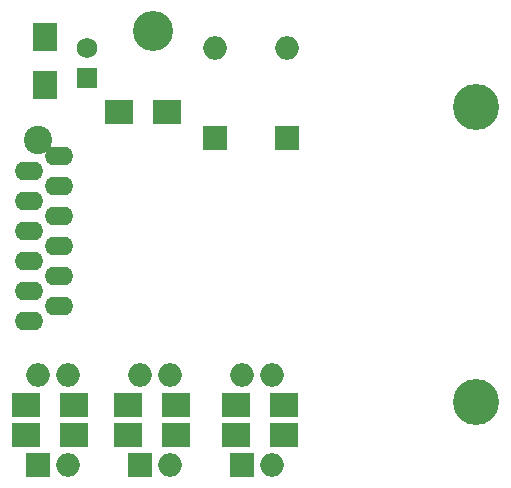
<source format=gbr>
G04 #@! TF.FileFunction,Soldermask,Bot*
%FSLAX46Y46*%
G04 Gerber Fmt 4.6, Leading zero omitted, Abs format (unit mm)*
G04 Created by KiCad (PCBNEW 4.0.5) date 02/15/17 17:48:56*
%MOMM*%
%LPD*%
G01*
G04 APERTURE LIST*
%ADD10C,0.100000*%
%ADD11C,3.400000*%
%ADD12R,2.000000X2.000000*%
%ADD13O,2.000000X2.000000*%
%ADD14R,2.100000X2.400000*%
%ADD15R,2.400000X2.100000*%
%ADD16C,3.900000*%
%ADD17R,1.750000X1.750000*%
%ADD18C,1.750000*%
%ADD19O,2.400000X1.600000*%
%ADD20C,2.400000*%
G04 APERTURE END LIST*
D10*
D11*
X169799000Y-87757000D03*
D12*
X168656000Y-124460000D03*
D13*
X171196000Y-116840000D03*
X171196000Y-124460000D03*
X168656000Y-116840000D03*
D12*
X181102000Y-96774000D03*
D13*
X181102000Y-89154000D03*
D12*
X160020000Y-124460000D03*
D13*
X162560000Y-116840000D03*
X162560000Y-124460000D03*
X160020000Y-116840000D03*
D12*
X177292000Y-124460000D03*
D13*
X179832000Y-116840000D03*
X179832000Y-124460000D03*
X177292000Y-116840000D03*
D12*
X175006000Y-96774000D03*
D13*
X175006000Y-89154000D03*
D14*
X160655000Y-88297000D03*
X160655000Y-92297000D03*
D15*
X166910000Y-94615000D03*
X170910000Y-94615000D03*
X176816000Y-121920000D03*
X180816000Y-121920000D03*
X167672000Y-119380000D03*
X171672000Y-119380000D03*
X167672000Y-121920000D03*
X171672000Y-121920000D03*
X159036000Y-119380000D03*
X163036000Y-119380000D03*
X159036000Y-121920000D03*
X163036000Y-121920000D03*
X176816000Y-119380000D03*
X180816000Y-119380000D03*
D16*
X197104000Y-94180000D03*
X197104000Y-119180000D03*
D17*
X164211000Y-91694000D03*
D18*
X164211000Y-89154000D03*
D19*
X161798000Y-98298000D03*
X159258000Y-99568000D03*
X161798000Y-100838000D03*
X159258000Y-102108000D03*
X161798000Y-103378000D03*
X159258000Y-104648000D03*
X161798000Y-105918000D03*
X159258000Y-107188000D03*
X161798000Y-108458000D03*
X159258000Y-109728000D03*
X161798000Y-110998000D03*
X159258000Y-112268000D03*
D20*
X159998000Y-96948000D03*
M02*

</source>
